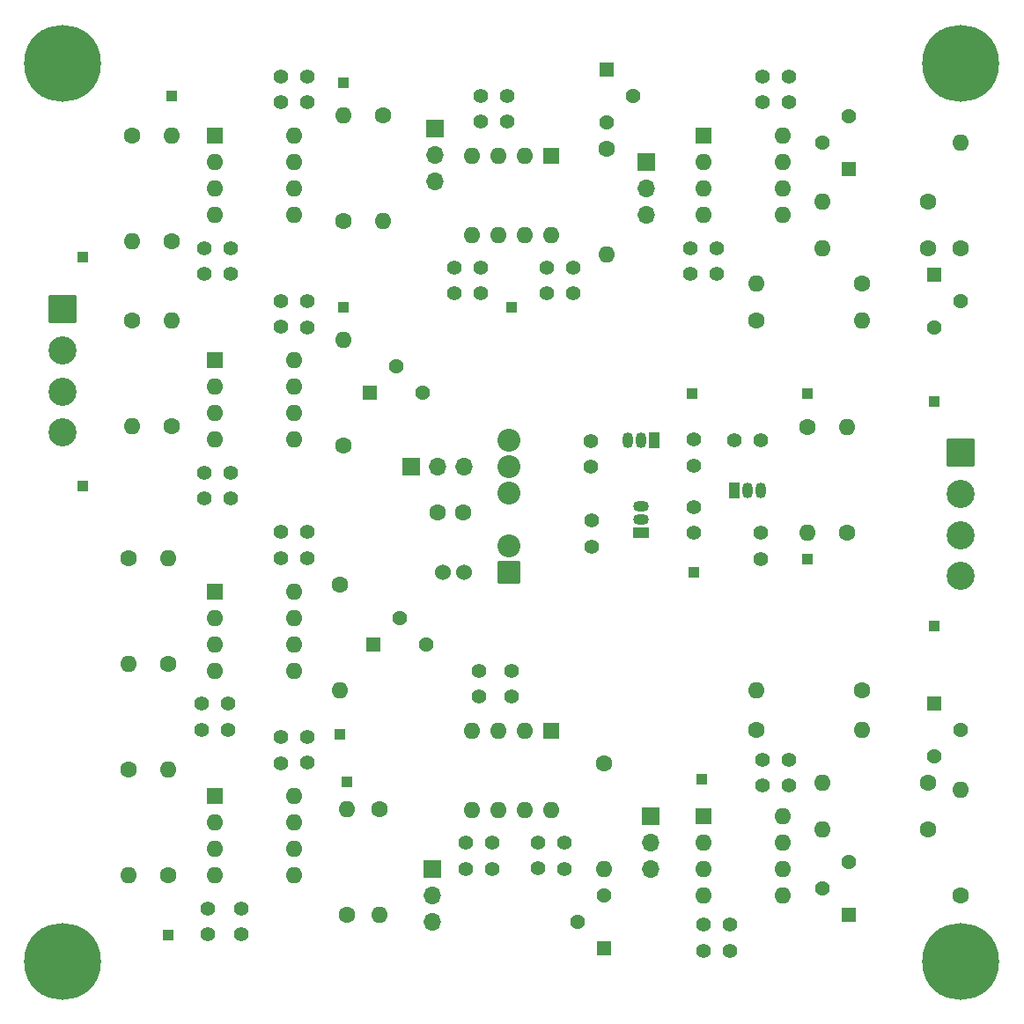
<source format=gbr>
%TF.GenerationSoftware,KiCad,Pcbnew,8.0.3*%
%TF.CreationDate,2024-07-04T10:47:22-06:00*%
%TF.ProjectId,pincushion2,70696e63-7573-4686-996f-6e322e6b6963,rev?*%
%TF.SameCoordinates,Original*%
%TF.FileFunction,Soldermask,Bot*%
%TF.FilePolarity,Negative*%
%FSLAX46Y46*%
G04 Gerber Fmt 4.6, Leading zero omitted, Abs format (unit mm)*
G04 Created by KiCad (PCBNEW 8.0.3) date 2024-07-04 10:47:22*
%MOMM*%
%LPD*%
G01*
G04 APERTURE LIST*
G04 Aperture macros list*
%AMRoundRect*
0 Rectangle with rounded corners*
0 $1 Rounding radius*
0 $2 $3 $4 $5 $6 $7 $8 $9 X,Y pos of 4 corners*
0 Add a 4 corners polygon primitive as box body*
4,1,4,$2,$3,$4,$5,$6,$7,$8,$9,$2,$3,0*
0 Add four circle primitives for the rounded corners*
1,1,$1+$1,$2,$3*
1,1,$1+$1,$4,$5*
1,1,$1+$1,$6,$7*
1,1,$1+$1,$8,$9*
0 Add four rect primitives between the rounded corners*
20,1,$1+$1,$2,$3,$4,$5,0*
20,1,$1+$1,$4,$5,$6,$7,0*
20,1,$1+$1,$6,$7,$8,$9,0*
20,1,$1+$1,$8,$9,$2,$3,0*%
G04 Aperture macros list end*
%ADD10C,1.400000*%
%ADD11C,1.426000*%
%ADD12RoundRect,0.102000X0.611000X-0.611000X0.611000X0.611000X-0.611000X0.611000X-0.611000X-0.611000X0*%
%ADD13R,1.000000X1.000000*%
%ADD14C,2.704000*%
%ADD15RoundRect,0.102000X-1.250000X1.250000X-1.250000X-1.250000X1.250000X-1.250000X1.250000X1.250000X0*%
%ADD16O,1.600000X1.600000*%
%ADD17C,1.600000*%
%ADD18C,0.800000*%
%ADD19C,7.400000*%
%ADD20RoundRect,0.102000X-0.611000X0.611000X-0.611000X-0.611000X0.611000X-0.611000X0.611000X0.611000X0*%
%ADD21R,1.600000X1.600000*%
%ADD22O,1.700000X1.700000*%
%ADD23R,1.700000X1.700000*%
%ADD24C,2.204000*%
%ADD25RoundRect,0.102000X1.000000X-1.000000X1.000000X1.000000X-1.000000X1.000000X-1.000000X-1.000000X0*%
%ADD26O,1.050000X1.500000*%
%ADD27R,1.050000X1.500000*%
%ADD28RoundRect,0.102000X-0.611000X-0.611000X0.611000X-0.611000X0.611000X0.611000X-0.611000X0.611000X0*%
%ADD29C,1.524000*%
%ADD30O,1.500000X1.050000*%
%ADD31R,1.500000X1.050000*%
G04 APERTURE END LIST*
D10*
%TO.C,C36*%
X95043100Y-64208800D03*
X92543100Y-64208800D03*
%TD*%
%TO.C,C7*%
X77022800Y-50099200D03*
X77022800Y-47599200D03*
%TD*%
D11*
%TO.C,VR4*%
X103505000Y-33020000D03*
X100965000Y-35560000D03*
D12*
X103505000Y-38100000D03*
%TD*%
D13*
%TO.C,TP13*%
X88468200Y-59763800D03*
%TD*%
D10*
%TO.C,C30*%
X89525000Y-110812144D03*
X89525000Y-113312144D03*
%TD*%
D14*
%TO.C,J7*%
X114300000Y-77285000D03*
X114300000Y-73325000D03*
X114300000Y-69365000D03*
D15*
X114300000Y-65405000D03*
%TD*%
D16*
%TO.C,R9*%
X34554000Y-62855000D03*
D17*
X34554000Y-52695000D03*
%TD*%
D10*
%TO.C,C11*%
X44079000Y-67320000D03*
X44079000Y-69820000D03*
%TD*%
D18*
%TO.C,H3*%
X30715000Y-114300000D03*
X29902221Y-116262221D03*
X29902221Y-112337779D03*
X27940000Y-117075000D03*
D19*
X27940000Y-114300000D03*
D18*
X27940000Y-111525000D03*
X25977779Y-116262221D03*
X25977779Y-112337779D03*
X25165000Y-114300000D03*
%TD*%
D16*
%TO.C,R15*%
X58420000Y-109855000D03*
D17*
X58420000Y-99695000D03*
%TD*%
D16*
%TO.C,R21*%
X54610000Y-88265000D03*
D17*
X54610000Y-78105000D03*
%TD*%
D10*
%TO.C,C38*%
X68132800Y-31089200D03*
X68132800Y-33589200D03*
%TD*%
%TO.C,C34*%
X78740000Y-66756600D03*
X78740000Y-64256600D03*
%TD*%
%TO.C,C23*%
X76200000Y-105430000D03*
X76200000Y-102930000D03*
%TD*%
D13*
%TO.C,TP2*%
X54874000Y-29835000D03*
%TD*%
D16*
%TO.C,R7*%
X104775000Y-52705000D03*
D17*
X94615000Y-52705000D03*
%TD*%
D10*
%TO.C,C43*%
X88620600Y-73132000D03*
X88620600Y-70632000D03*
%TD*%
D11*
%TO.C,VR1*%
X111760000Y-53340000D03*
X114300000Y-50800000D03*
D20*
X111760000Y-48260000D03*
%TD*%
D16*
%TO.C,R28*%
X103318100Y-62938800D03*
D17*
X103318100Y-73098800D03*
%TD*%
D16*
%TO.C,IC1*%
X74920000Y-44460000D03*
X72380000Y-44460000D03*
X69840000Y-44460000D03*
X67300000Y-44460000D03*
X67300000Y-36840000D03*
X69840000Y-36840000D03*
X72380000Y-36840000D03*
D21*
X74920000Y-36840000D03*
%TD*%
D10*
%TO.C,C22*%
X97790000Y-94917144D03*
X97790000Y-97417144D03*
%TD*%
D22*
%TO.C,J3*%
X63500000Y-110490000D03*
X63500000Y-107950000D03*
D23*
X63500000Y-105410000D03*
%TD*%
D10*
%TO.C,C24*%
X73660000Y-105390000D03*
X73660000Y-102890000D03*
%TD*%
D13*
%TO.C,TP14*%
X99508100Y-75638800D03*
%TD*%
D10*
%TO.C,C4*%
X51435000Y-50850000D03*
X51435000Y-53350000D03*
%TD*%
D16*
%TO.C,R22*%
X34290000Y-85725000D03*
D17*
X34290000Y-75565000D03*
%TD*%
D10*
%TO.C,C39*%
X70672800Y-31089200D03*
X70672800Y-33589200D03*
%TD*%
D16*
%TO.C,R2*%
X58684000Y-43170000D03*
D17*
X58684000Y-33010000D03*
%TD*%
D16*
%TO.C,R19*%
X55245000Y-99695000D03*
D17*
X55245000Y-109855000D03*
%TD*%
D13*
%TO.C,TP1*%
X38364000Y-31105000D03*
%TD*%
D16*
%TO.C,U4*%
X50165000Y-98435000D03*
X50165000Y-100975000D03*
X50165000Y-103515000D03*
X50165000Y-106055000D03*
X42545000Y-106055000D03*
X42545000Y-103515000D03*
X42545000Y-100975000D03*
D21*
X42545000Y-98435000D03*
%TD*%
D16*
%TO.C,R25*%
X100965000Y-97155000D03*
D17*
X111125000Y-97155000D03*
%TD*%
D16*
%TO.C,U5*%
X50175000Y-78750000D03*
X50175000Y-81290000D03*
X50175000Y-83830000D03*
X50175000Y-86370000D03*
X42555000Y-86370000D03*
X42555000Y-83830000D03*
X42555000Y-81290000D03*
D21*
X42555000Y-78750000D03*
%TD*%
D13*
%TO.C,TP7*%
X38100000Y-111760000D03*
%TD*%
D10*
%TO.C,C14*%
X88265000Y-45740000D03*
X88265000Y-48240000D03*
%TD*%
%TO.C,C12*%
X41539000Y-67320000D03*
X41539000Y-69820000D03*
%TD*%
D13*
%TO.C,TP12*%
X111760000Y-82072000D03*
%TD*%
%TO.C,TP10*%
X54610000Y-92456000D03*
%TD*%
D16*
%TO.C,IC2*%
X74920000Y-99745000D03*
X72380000Y-99745000D03*
X69840000Y-99745000D03*
X67300000Y-99745000D03*
X67300000Y-92125000D03*
X69840000Y-92125000D03*
X72380000Y-92125000D03*
D21*
X74920000Y-92125000D03*
%TD*%
D24*
%TO.C,PS1*%
X70866000Y-64236600D03*
X70866000Y-66776600D03*
X70866000Y-69316600D03*
X70866000Y-74396600D03*
D25*
X70866000Y-76936600D03*
%TD*%
D10*
%TO.C,C6*%
X97790000Y-29230000D03*
X97790000Y-31730000D03*
%TD*%
%TO.C,C40*%
X67945000Y-86360000D03*
X67945000Y-88860000D03*
%TD*%
D16*
%TO.C,R20*%
X104775000Y-92075000D03*
D17*
X94615000Y-92075000D03*
%TD*%
D16*
%TO.C,R17*%
X94615000Y-88265000D03*
D17*
X104775000Y-88265000D03*
%TD*%
D11*
%TO.C,VR7*%
X80010000Y-107950000D03*
X77470000Y-110490000D03*
D12*
X80010000Y-113030000D03*
%TD*%
D10*
%TO.C,C25*%
X45085000Y-109240000D03*
X45085000Y-111740000D03*
%TD*%
D16*
%TO.C,R10*%
X38364000Y-52695000D03*
D17*
X38364000Y-62855000D03*
%TD*%
D26*
%TO.C,U8*%
X95063100Y-69013800D03*
X93793100Y-69013800D03*
D27*
X92523100Y-69013800D03*
%TD*%
D10*
%TO.C,C20*%
X51435000Y-73045000D03*
X51435000Y-75545000D03*
%TD*%
D13*
%TO.C,TP8*%
X55245000Y-97028000D03*
%TD*%
D10*
%TO.C,C27*%
X43815000Y-89555000D03*
X43815000Y-92055000D03*
%TD*%
D16*
%TO.C,R6*%
X54874000Y-33010000D03*
D17*
X54874000Y-43170000D03*
%TD*%
D10*
%TO.C,C16*%
X68132800Y-47599200D03*
X68132800Y-50099200D03*
%TD*%
D17*
%TO.C,C33*%
X66468100Y-71193800D03*
X63968100Y-71193800D03*
%TD*%
D18*
%TO.C,H4*%
X117075000Y-114300000D03*
X116262221Y-116262221D03*
X116262221Y-112337779D03*
X114300000Y-117075000D03*
D19*
X114300000Y-114300000D03*
D18*
X114300000Y-111525000D03*
X112337779Y-116262221D03*
X112337779Y-112337779D03*
X111525000Y-114300000D03*
%TD*%
D10*
%TO.C,C5*%
X95250000Y-29230000D03*
X95250000Y-31730000D03*
%TD*%
D16*
%TO.C,R11*%
X80197800Y-46309200D03*
D17*
X80197800Y-36149200D03*
%TD*%
D16*
%TO.C,R3*%
X114300000Y-35560000D03*
D17*
X114300000Y-45720000D03*
%TD*%
D13*
%TO.C,TP16*%
X88646000Y-76936600D03*
%TD*%
%TO.C,TP5*%
X29845000Y-68580000D03*
%TD*%
D10*
%TO.C,C37*%
X95063100Y-75618800D03*
X95063100Y-73118800D03*
%TD*%
%TO.C,C1*%
X48895000Y-29220000D03*
X48895000Y-31720000D03*
%TD*%
D16*
%TO.C,R13*%
X100965000Y-41275000D03*
D17*
X111125000Y-41275000D03*
%TD*%
D16*
%TO.C,U3*%
X97165000Y-34935000D03*
X97165000Y-37475000D03*
X97165000Y-40015000D03*
X97165000Y-42555000D03*
X89545000Y-42555000D03*
X89545000Y-40015000D03*
X89545000Y-37475000D03*
D21*
X89545000Y-34935000D03*
%TD*%
D16*
%TO.C,R1*%
X34554000Y-45075000D03*
D17*
X34554000Y-34915000D03*
%TD*%
D10*
%TO.C,C2*%
X51435000Y-29220000D03*
X51435000Y-31720000D03*
%TD*%
D16*
%TO.C,R4*%
X94615000Y-49149000D03*
D17*
X104775000Y-49149000D03*
%TD*%
D10*
%TO.C,C21*%
X95250000Y-94917144D03*
X95250000Y-97417144D03*
%TD*%
%TO.C,C19*%
X48895000Y-73045000D03*
X48895000Y-75545000D03*
%TD*%
D16*
%TO.C,R18*%
X38100000Y-95885000D03*
D17*
X38100000Y-106045000D03*
%TD*%
D13*
%TO.C,TP6*%
X111760000Y-60452000D03*
%TD*%
%TO.C,TP15*%
X99508100Y-59763800D03*
%TD*%
D16*
%TO.C,R8*%
X54874000Y-54600000D03*
D17*
X54874000Y-64760000D03*
%TD*%
D16*
%TO.C,R23*%
X38100000Y-75565000D03*
D17*
X38100000Y-85725000D03*
%TD*%
D11*
%TO.C,VR6*%
X62865000Y-83820000D03*
X60325000Y-81280000D03*
D28*
X57785000Y-83820000D03*
%TD*%
D10*
%TO.C,C15*%
X65592800Y-47599200D03*
X65592800Y-50099200D03*
%TD*%
D11*
%TO.C,VR2*%
X62494000Y-59680000D03*
X59954000Y-57140000D03*
D28*
X57414000Y-59680000D03*
%TD*%
D22*
%TO.C,J5*%
X66503100Y-66748800D03*
X63963100Y-66748800D03*
D23*
X61423100Y-66748800D03*
%TD*%
D16*
%TO.C,U2*%
X50175000Y-56525000D03*
X50175000Y-59065000D03*
X50175000Y-61605000D03*
X50175000Y-64145000D03*
X42555000Y-64145000D03*
X42555000Y-61605000D03*
X42555000Y-59065000D03*
D21*
X42555000Y-56525000D03*
%TD*%
D13*
%TO.C,TP3*%
X71069200Y-51404200D03*
%TD*%
D16*
%TO.C,U1*%
X50175000Y-34935000D03*
X50175000Y-37475000D03*
X50175000Y-40015000D03*
X50175000Y-42555000D03*
X42555000Y-42555000D03*
X42555000Y-40015000D03*
X42555000Y-37475000D03*
D21*
X42555000Y-34935000D03*
%TD*%
D10*
%TO.C,C9*%
X44079000Y-45730000D03*
X44079000Y-48230000D03*
%TD*%
%TO.C,C32*%
X69215000Y-102930000D03*
X69215000Y-105430000D03*
%TD*%
D16*
%TO.C,R26*%
X100965000Y-101600000D03*
D17*
X111125000Y-101600000D03*
%TD*%
D11*
%TO.C,VR8*%
X103495000Y-104775000D03*
X100955000Y-107315000D03*
D12*
X103495000Y-109855000D03*
%TD*%
D10*
%TO.C,C35*%
X88595200Y-66655000D03*
X88595200Y-64155000D03*
%TD*%
D13*
%TO.C,TP9*%
X89408000Y-96774000D03*
%TD*%
D10*
%TO.C,C41*%
X71120000Y-86380000D03*
X71120000Y-88880000D03*
%TD*%
D22*
%TO.C,J2*%
X63687800Y-39339200D03*
X63687800Y-36799200D03*
D23*
X63687800Y-34259200D03*
%TD*%
D10*
%TO.C,C17*%
X48895000Y-92750000D03*
X48895000Y-95250000D03*
%TD*%
D26*
%TO.C,U7*%
X82296000Y-64236600D03*
X83566000Y-64236600D03*
D27*
X84836000Y-64236600D03*
%TD*%
D10*
%TO.C,C29*%
X92065000Y-110812144D03*
X92065000Y-113312144D03*
%TD*%
D11*
%TO.C,VR5*%
X111760000Y-94615000D03*
X114300000Y-92075000D03*
D20*
X111760000Y-89535000D03*
%TD*%
D11*
%TO.C,VR3*%
X80197800Y-33609200D03*
X82737800Y-31069200D03*
D20*
X80197800Y-28529200D03*
%TD*%
D10*
%TO.C,C42*%
X78790800Y-74427400D03*
X78790800Y-71927400D03*
%TD*%
D29*
%TO.C,L1*%
X66516000Y-76936600D03*
X64516000Y-76936600D03*
%TD*%
D10*
%TO.C,C8*%
X74482800Y-50099200D03*
X74482800Y-47599200D03*
%TD*%
D13*
%TO.C,TP4*%
X54874000Y-51425000D03*
%TD*%
D15*
%TO.C,J6*%
X27940000Y-51597500D03*
D14*
X27940000Y-55557500D03*
X27940000Y-59517500D03*
X27940000Y-63477500D03*
%TD*%
D16*
%TO.C,R16*%
X114300000Y-97790000D03*
D17*
X114300000Y-107950000D03*
%TD*%
D22*
%TO.C,J4*%
X84455000Y-105410000D03*
X84455000Y-102870000D03*
D23*
X84455000Y-100330000D03*
%TD*%
D16*
%TO.C,R5*%
X38364000Y-34915000D03*
D17*
X38364000Y-45075000D03*
%TD*%
D10*
%TO.C,C26*%
X41910000Y-109240000D03*
X41910000Y-111740000D03*
%TD*%
D18*
%TO.C,H2*%
X117075000Y-27940000D03*
X116262221Y-29902221D03*
X116262221Y-25977779D03*
X114300000Y-30715000D03*
D19*
X114300000Y-27940000D03*
D18*
X114300000Y-25165000D03*
X112337779Y-29902221D03*
X112337779Y-25977779D03*
X111525000Y-27940000D03*
%TD*%
D16*
%TO.C,R24*%
X80010000Y-105410000D03*
D17*
X80010000Y-95250000D03*
%TD*%
D16*
%TO.C,R27*%
X99508100Y-73098800D03*
D17*
X99508100Y-62938800D03*
%TD*%
D10*
%TO.C,C10*%
X41539000Y-45730000D03*
X41539000Y-48230000D03*
%TD*%
%TO.C,C18*%
X51435000Y-92730000D03*
X51435000Y-95230000D03*
%TD*%
D13*
%TO.C,TP11*%
X29845000Y-46609000D03*
%TD*%
D10*
%TO.C,C31*%
X66675000Y-102930000D03*
X66675000Y-105430000D03*
%TD*%
D16*
%TO.C,U6*%
X97155000Y-100340000D03*
X97155000Y-102880000D03*
X97155000Y-105420000D03*
X97155000Y-107960000D03*
X89535000Y-107960000D03*
X89535000Y-105420000D03*
X89535000Y-102880000D03*
D21*
X89535000Y-100340000D03*
%TD*%
D22*
%TO.C,J1*%
X84007800Y-42514200D03*
X84007800Y-39974200D03*
D23*
X84007800Y-37434200D03*
%TD*%
D10*
%TO.C,C28*%
X41275000Y-89555000D03*
X41275000Y-92055000D03*
%TD*%
%TO.C,C3*%
X48895000Y-50810000D03*
X48895000Y-53310000D03*
%TD*%
D16*
%TO.C,R14*%
X34290000Y-106045000D03*
D17*
X34290000Y-95885000D03*
%TD*%
D16*
%TO.C,R12*%
X100965000Y-45720000D03*
D17*
X111125000Y-45720000D03*
%TD*%
D10*
%TO.C,C13*%
X90805000Y-45740000D03*
X90805000Y-48240000D03*
%TD*%
D30*
%TO.C,U9*%
X83566000Y-70586600D03*
X83566000Y-71856600D03*
D31*
X83566000Y-73126600D03*
%TD*%
D18*
%TO.C,H1*%
X25165000Y-27940000D03*
X25977779Y-25977779D03*
X25977779Y-29902221D03*
X27940000Y-25165000D03*
D19*
X27940000Y-27940000D03*
D18*
X27940000Y-30715000D03*
X29902221Y-25977779D03*
X29902221Y-29902221D03*
X30715000Y-27940000D03*
%TD*%
M02*

</source>
